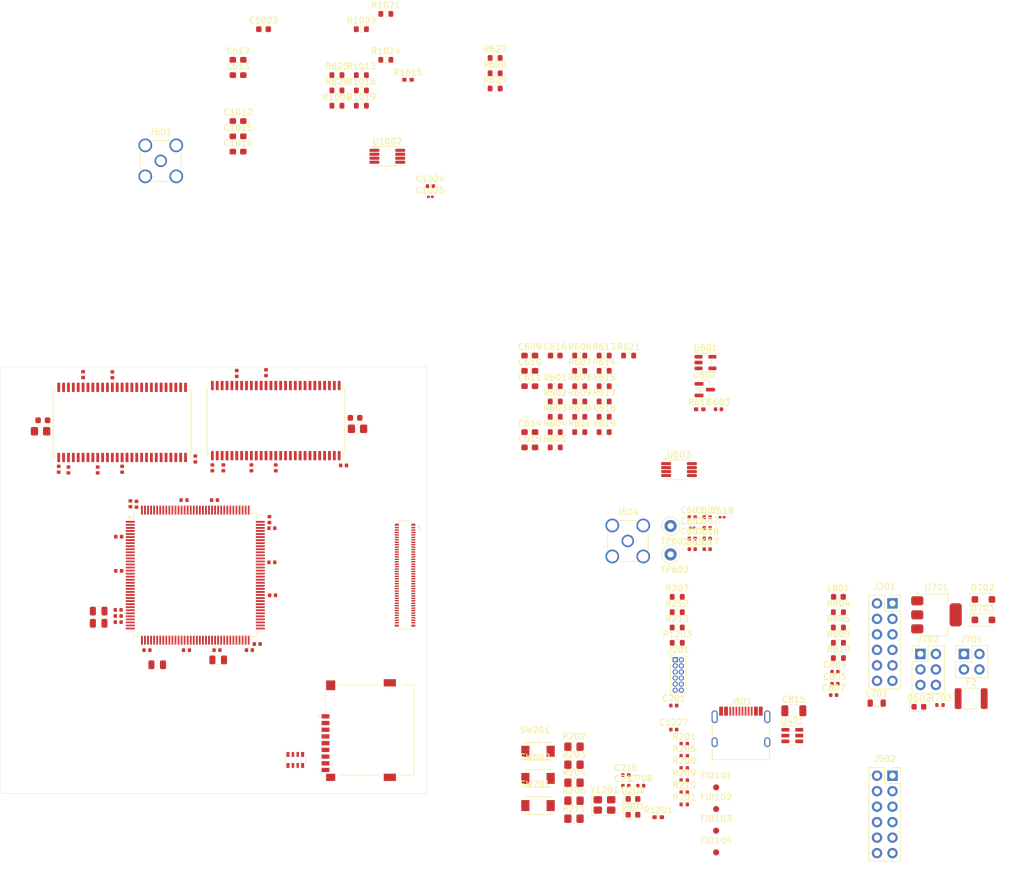
<source format=kicad_pcb>
(kicad_pcb (version 20241229) (generator "pcbnew") (generator_version "9.0")
  (layers (0 "F.Cu" signal) (2 "B.Cu" signal) (13 "F.Paste" user) (15 "B.Paste" user) (5 "F.SilkS" user "F.Silkscreen") (7 "B.SilkS" user "B.Silkscreen") (1 "F.Mask" user) (3 "B.Mask" user) (25 "Edge.Cuts" user))
  (net 0 "")
  (net 1 "GND")
  (net 2 "Net-(C201-Pad2)")
  (net 3 "+3V3")
  (net 4 "VDDA")
  (net 5 "/mcu/MCU_BOOT0")
  (net 6 "/mcu/BUTTON_1")
  (net 7 "Net-(C222-Pad1)")
  (net 8 "Net-(C224-Pad1)")
  (net 9 "/sdram/3V3_SDRAM0")
  (net 10 "/sdram/3V3_SDRAM1")
  (net 11 "/adc-frontend/ADC_VOCM_REF")
  (net 12 "/adc-frontend/ADC_VOCM_BUFF")
  (net 13 "Net-(U603--)")
  (net 14 "Net-(C609-Pad1)")
  (net 15 "Net-(C610-Pad2)")
  (net 16 "Net-(J604-In)")
  (net 17 "/adc-frontend/MCU_ADC3_DIRECT_INN0")
  (net 18 "/adc-frontend/MCU_ADC3_DIRECT_INP0")
  (net 19 "Net-(J601-In)")
  (net 20 "Net-(C612-Pad2)")
  (net 21 "Net-(C613-Pad2)")
  (net 22 "Net-(C614-Pad2)")
  (net 23 "Net-(U603-+)")
  (net 24 "Net-(C615-Pad2)")
  (net 25 "/mcu/MCU_NRST")
  (net 26 "/usb/USB_CC2")
  (net 27 "/usb/USB_CC1")
  (net 28 "/power/USB_VBUS")
  (net 29 "/usb/USB_SH")
  (net 30 "Net-(U1002--)")
  (net 31 "Net-(C1012-Pad1)")
  (net 32 "/adc-frontend/MCU_ADC12_FAST_INP5")
  (net 33 "/adc-frontend/MCU_ADC12_FAST_INN5")
  (net 34 "Net-(C1016-Pad2)")
  (net 35 "Net-(U1002-+)")
  (net 36 "/mcu/HSE_OUT")
  (net 37 "Net-(D201-K)")
  (net 38 "/mcu/LED_1")
  (net 39 "/mcu/LED_2")
  (net 40 "Net-(D401-K)")
  (net 41 "Net-(D602-K)")
  (net 42 "Net-(D702-K)")
  (net 43 "Net-(J702-Pin_2)")
  (net 44 "Net-(J201-Pin_10)")
  (net 45 "Net-(J201-Pin_12)")
  (net 46 "Net-(J201-Pin_9)")
  (net 47 "Net-(J201-Pin_1)")
  (net 48 "Net-(J201-Pin_2)")
  (net 49 "/power/VIN_CONN")
  (net 50 "/mcu/SDMMC.D3")
  (net 51 "/mcu/SDMMC.CMD")
  (net 52 "/mcu/SDMMC.D2")
  (net 53 "/mcu/SDMMC.D1")
  (net 54 "/mcu/SDMMC.D0")
  (net 55 "/mcu/SDMMC.CK")
  (net 56 "/connectors/PWM.0_HI")
  (net 57 "/connectors/HRS_3V3")
  (net 58 "Net-(J501-Pad12)")
  (net 59 "/connectors/PSSI.D11")
  (net 60 "/connectors/PSSI.DE")
  (net 63 "Net-(J501-Pad11)")
  (net 64 "/connectors/PSSI.PDCK")
  (net 65 "/connectors/PSSI.D1")
  (net 68 "/connectors/PSSI.D5")
  (net 69 "/connectors/PSSI.D14")
  (net 70 "/connectors/PSSI.D13")
  (net 71 "/connectors/PSSI.RDY")
  (net 72 "/connectors/PSSI.D9")
  (net 76 "/connectors/PSEPIC_EN")
  (net 77 "/connectors/PSSI.D7")
  (net 78 "/connectors/PSSI.D2")
  (net 79 "/connectors/PSSI.D15")
  (net 80 "/connectors/PSSI.D12")
  (net 81 "/connectors/PBOOST_EN")
  (net 82 "/connectors/PSSI.D6")
  (net 83 "/connectors/PSSI.D3")
  (net 84 "/connectors/PWM.1_HI")
  (net 85 "/connectors/I2C.SCL")
  (net 86 "/connectors/PWM.1_LI")
  (net 87 "/connectors/I2C.SDA")
  (net 88 "/connectors/PSSI.D8")
  (net 89 "/connectors/ADC_ALERT")
  (net 90 "/connectors/PWM.0_LI")
  (net 91 "/connectors/PSSI.D4")
  (net 94 "/connectors/PSSI.D10")
  (net 97 "/connectors/PSSI.D0")
  (net 99 "/power/LDO_OUT")
  (net 100 "/mcu/USB_DP")
  (net 101 "/mcu/USB_DM")
  (net 104 "VCORE_3V3")
  (net 105 "/mcu/SWD_SWCLK")
  (net 106 "Net-(U201-PDR_ON)")
  (net 107 "/mcu/SWD_SWDIO")
  (net 108 "/mcu/SWD_SWO")
  (net 109 "Net-(R208-Pad1)")
  (net 110 "Net-(R210-Pad1)")
  (net 111 "Net-(U201-VREF+)")
  (net 112 "/mcu/UART5_TX")
  (net 113 "/mcu/UART5_RX")
  (net 114 "Net-(U601--)")
  (net 115 "Net-(U602-REF)")
  (net 116 "Net-(R611-Pad1)")
  (net 117 "Net-(U603-~{PD})")
  (net 118 "Net-(R617-Pad1)")
  (net 119 "Net-(R1009-Pad1)")
  (net 120 "Net-(R1019-Pad1)")
  (net 121 "Net-(R701-Pad1)")
  (net 122 "/mcu/USB_SENSE")
  (net 123 "Net-(U1002-~{PD})")
  (net 124 "/mcu/HSE_IN")
  (net 125 "/mcu/SDRAM.~{CKE1}")
  (net 126 "/mcu/SDRAM.UDQM")
  (net 127 "/mcu/SDRAM.A7")
  (net 128 "/mcu/SDRAM.A3")
  (net 130 "/mcu/SDRAM.A4")
  (net 131 "/mcu/SDRAM.D12")
  (net 132 "/mcu/SDRAM.D15")
  (net 133 "/mcu/SDRAM.D7")
  (net 135 "/mcu/SDRAM.D14")
  (net 136 "/mcu/SDRAM.D4")
  (net 138 "/mcu/SDRAM.D11")
  (net 140 "/mcu/SDRAM.A12")
  (net 143 "/mcu/SDRAM.D10")
  (net 144 "/mcu/SDRAM.A9")
  (net 145 "/mcu/SDRAM.D13")
  (net 147 "/mcu/SDRAM.CLK")
  (net 148 "/mcu/SDRAM.D6")
  (net 152 "/mcu/SDRAM.BS1")
  (net 154 "/mcu/SDRAM.A5")
  (net 155 "/mcu/SDRAM.~{CS1}")
  (net 156 "/mcu/SDRAM.A0")
  (net 157 "/mcu/SDRAM.A10")
  (net 158 "/mcu/SDRAM.A6")
  (net 159 "/mcu/SDRAM.A2")
  (net 162 "/mcu/SDRAM.D1")
  (net 164 "/mcu/SDRAM.D9")
  (net 166 "/mcu/SDRAM.D8")
  (net 167 "/mcu/SDRAM.~{RAS}")
  (net 168 "/mcu/SDRAM.A8")
  (net 172 "/mcu/SDRAM.A1")
  (net 174 "/mcu/SDRAM.~{CKE0}")
  (net 175 "/mcu/SDRAM.LDQM")
  (net 176 "/mcu/SDRAM.D5")
  (net 177 "/mcu/SDRAM.~{CAS}")
  (net 178 "/mcu/SDRAM.~{WE}")
  (net 179 "/mcu/SDRAM.D3")
  (net 180 "/mcu/SDRAM.BS0")
  (net 182 "/mcu/SDRAM.D0")
  (net 184 "/mcu/SDRAM.A11")
  (net 185 "/mcu/SDRAM.~{CS0}")
  (net 186 "/mcu/SDRAM.D2")
  (footprint "Package_QFP:LQFP-144_20x20mm_P0.5mm" (layer "F.Cu") (at 82 84.2)
    (property "Reference" "U201" (hide yes))
    (property "Value" "STM32H723ZGTx" (hide yes))
  )
  (footprint "Connector_Coaxial:SMA_Amphenol_901-144_Vertical" (layer "F.Cu") (at 76.34 16.26)
    (property "Reference" "J601")
    (property "Value" "Conn_Coaxial_Small")
  )
  (footprint "Resistor_SMD:R_0603_1608Metric" (layer "F.Cu") (at 141.03 60.74)
    (property "Reference" "R604")
    (property "Value" "1k5")
  )
  (footprint "Resistor_SMD:R_0603_1608Metric" (layer "F.Cu") (at 161.03 87.76)
    (property "Reference" "R207")
    (property "Value" "10k")
  )
  (footprint "Capacitor_SMD:C_0402_1005Metric" (layer "F.Cu") (at 165.94 79.94)
    (property "Reference" "C617")
    (property "Value" "0.1uF")
  )
  (footprint "Capacitor_SMD:C_0402_1005Metric" (layer "F.Cu") (at 92.155 95.4925)
    (property "Reference" "C211" (hide yes))
    (property "Value" "0.1uF" (hide yes))
  )
  (footprint "Resistor_SMD:R_0603_1608Metric" (layer "F.Cu") (at 109.235 -5.33)
    (property "Reference" "R1009")
    (property "Value" "1k")
  )
  (footprint "Capacitor_SMD:C_0603_1608Metric_Pad1.08x0.95mm_HandSolder" (layer "F.Cu") (at 89.015 -0.31)
    (property "Reference" "C612")
    (property "Value" "100 nF +-5%")
  )
  (footprint "Capacitor_SMD:C_0402_1005Metric" (layer "F.Cu") (at 186.89 100.04)
    (property "Reference" "C804")
    (property "Value" "220pF")
  )
  (footprint "Resistor_SMD:R_0402_1005Metric" (layer "F.Cu") (at 162.18 117.82)
    (property "Reference" "R209")
    (property "Value" "1k")
  )
  (footprint "MountingHole:ToolingHole_1.152mm" (layer "F.Cu") (at 170.41 118.45)
    (property "Reference" "H101" (hide yes))
    (property "Value" "MountingHole")
  )
  (footprint "Capacitor_SMD:C_0805_2012Metric" (layer "F.Cu") (at 66.155 92.0925 180)
    (property "Reference" "C223" (hide yes))
    (property "Value" "1uF" (hide yes))
  )
  (footprint "Capacitor_SMD:C_0402_1005Metric" (layer "F.Cu") (at 94.675 87.4925)
    (property "Reference" "C208" (hide yes))
    (property "Value" "0.1uF" (hide yes))
  )
  (footprint "Capacitor_SMD:C_0402_1005Metric" (layer "F.Cu") (at 163.49 78.19)
    (property "Reference" "C604")
    (property "Value" "0.1uF")
  )
  (footprint "Capacitor_SMD:C_0402_1005Metric" (layer "F.Cu") (at 160.46 109.52)
    (property "Reference" "C1227")
    (property "Value" "4.7pF")
  )
  (footprint "Capacitor_SMD:C_0402_1005Metric" (layer "F.Cu") (at 94.555 82.0925)
    (property "Reference" "C209" (hide yes))
    (property "Value" "0.1uF" (hide yes))
  )
  (footprint "Capacitor_SMD:C_0603_1608Metric" (layer "F.Cu") (at 93.195 -5.33)
    (property "Reference" "C1023")
    (property "Value" "10uF")
  )
  (footprint "Resistor_SMD:R_0402_1005Metric" (layer "F.Cu") (at 162.18 113.84)
    (property "Reference" "R206")
    (property "Value" "1k")
  )
  (footprint "Capacitor_SMD:C_0402_1005Metric" (layer "F.Cu") (at 86.6 66.6 -90)
    (property "Reference" "C309" (hide yes))
    (property "Value" "0.1uF" (hide yes))
  )
  (footprint "Connector_PinHeader_1.00mm:PinHeader_2x06_P1.00mm_Vertical" (layer "F.Cu") (at 160.7 98.07)
    (property "Reference" "J201")
    (property "Value" "Conn_02x06_Counter_Clockwise")
  )
  (footprint "Capacitor_SMD:C_0603_1608Metric_Pad1.08x0.95mm_HandSolder" (layer "F.Cu") (at 136.85 60.74)
    (property "Reference" "C614")
    (property "Value" "100 nF +-5%")
  )
  (footprint "Resistor_SMD:R_0805_2012Metric_Pad1.20x1.40mm_HandSolder" (layer "F.Cu") (at 144.1 124.13)
    (property "Reference" "R211")
    (property "Value" "0")
  )
  (footprint "Capacitor_SMD:C_0805_2012Metric" (layer "F.Cu") (at 75.755 98.8925)
    (property "Reference" "C215" (hide yes))
    (property "Value" "1uF" (hide yes))
  )
  (footprint "Resistor_SMD:R_0603_1608Metric" (layer "F.Cu") (at 187.46 97.8)
    (property "Reference" "R810")
    (property "Value" "33k")
  )
  (footprint "Capacitor_SMD:C_0402_1005Metric" (layer "F.Cu") (at 70 66.83 -90)
    (property "Reference" "C304" (hide yes))
    (property "Value" "0.1uF" (hide yes))
  )
  (footprint "Capacitor_SMD:C_0402_1005Metric" (layer "F.Cu") (at 69.355 90.8925 180)
    (property "Reference" "C218" (hide yes))
    (property "Value" "0.1uF" (hide yes))
  )
  (footprint "Capacitor_SMD:C_0603_1608Metric_Pad1.08x0.95mm_HandSolder" (layer "F.Cu") (at 89.015 14.75)
    (property "Reference" "C1016")
    (property "Value" "10pF")
  )
  (footprint "MountingHole:ToolingHole_1.152mm" (layer "F.Cu") (at 170.41 123.35)
    (property "Reference" "H103" (hide yes))
    (property "Value" "MountingHole")
  )
  (footprint "iw-memory:TF01A" (layer "F.Cu") (at 110.6 109.6 90)
    (property "Reference" "J401" (hide yes))
    (property "Value" "Micro_SD_Card" (hide yes))
  )
  (footprint "Capacitor_SMD:C_0402_1005Metric" (layer "F.Cu") (at 163.49 74.69)
    (property "Reference" "C601")
    (property "Value" "0.1uF")
  )
  (footprint "Resistor_SMD:R_0402_1005Metric_Pad0.72x0.64mm_HandSolder" (layer "F.Cu") (at 164.72 57)
    (property "Reference" "R616")
    (property "Value" "0")
  )
  (footprint "Capacitor_SMD:C_0402_1005Metric" (layer "F.Cu") (at 82 65.15 90)
    (property "Reference" "C1101" (hide yes))
    (property "Value" "0.1uF" (hide yes))
  )
  (footprint "Crystal:Crystal_SMD_3225-4Pin_3.2x2.5mm" (layer "F.Cu") (at 149.1 121.88)
    (property "Reference" "Y1201")
    (property "Value" "25MHz")
  )
  (footprint "Resistor_SMD:R_0603_1608Metric" (layer "F.Cu") (at 149.05 50.7)
    (property "Reference" "R614")
    (property "Value" "47")
  )
  (footprint "Capacitor_SMD:C_1206_3216Metric" (layer "F.Cu") (at 180.15 106.43)
    (property "Reference" "C815")
    (property "Value" "1nF")
  )
  (footprint "Resistor_SMD:R_0603_1608Metric" (layer "F.Cu") (at 145.04 48.19)
    (property "Reference" "R606")
    (property "Value" "1k")
  )
  (footprint "Diode_SMD:D_SOD-123F" (layer "F.Cu") (at 211.235 91.53)
    (property "Reference" "D703")
    (property "Value" "SMF3.3CA")
  )
  (footprint "Capacitor_SMD:C_0402_1005Metric" (layer "F.Cu") (at 85.155 71.8925)
    (property "Reference" "C210" (hide yes))
    (property "Value" "0.1uF" (hide yes))
  )
  (footprint "Fiducial:Fiducial_1mm_Mask2mm" (layer "F.Cu") (at 167.41 119)
    (property "Reference" "FID101")
    (property "Value" "Fiducial")
  )
  (footprint "Capacitor_SMD:C_0402_1005Metric" (layer "F.Cu") (at 69.435 77.8925 180)
    (property "Reference" "C204" (hide yes))
    (property "Value" "0.1uF" (hide yes))
  )
  (footprint "Resistor_SMD:R_Array_Convex_4x0603" (layer "F.Cu") (at 98.4 114.5 -90)
    (property "Reference" "RN707" (hide yes))
    (property "Value" "4x10k" (hide yes))
  )
  (footprint "Capacitor_SMD:C_0402_1005Metric" (layer "F.Cu") (at 74.075 96.4925 180)
    (property "Reference" "C214" (hide yes))
    (property "Value" "0.1uF")
  )
  (footprint "Resistor_SMD:R_0603_1608Metric" (layer "F.Cu") (at 187.46 92.78)
    (property "Reference" "R805")
    (property "Value" "5.1k")
  )
  (footprint "Resistor_SMD:R_0805_2012Metric_Pad1.20x1.40mm_HandSolder" (layer "F.Cu") (at 144.1 121.18)
    (property "Reference" "R205")
    (property "Value" "0")
  )
  (footprint "Capacitor_SMD:C_0201_0603Metric" (layer "F.Cu") (at 168.39 74.69)
    (property "Reference" "C618")
    (property "Value" "10nF")
  )
  (footprint "Capacitor_SMD:C_0603_1608Metric" (layer "F.Cu") (at 57 58.8 180)
    (property "Reference" "C1107" (hide yes))
    (property "Value" "22uF" (hide yes))
  )
  (footprint "Resistor_SMD:R_0805_2012Metric_Pad1.20x1.40mm_HandSolder" (layer "F.Cu") (at 144.1 112.33)
    (property "Reference" "R202")
    (property "Value" "0")
  )
  (footprint "Resistor_SMD:R_0603_1608Metric" (layer "F.Cu") (at 113.245 -0.31)
    (property "Reference" "R1024")
    (property "Value" "1k")
  )
  (footprint "Package_SO:TSOP-II-54_22.2x10.16mm_P0.8mm" (layer "F.Cu") (at 70 59.15 90)
    (property "Reference" "U301" (hide yes))
    (property "Value" "W9825G6KH-6" (hide yes))
  )
  (footprint "Resistor_SMD:R_0805_2012Metric_Pad1.20x1.40mm_HandSolder" (layer "F.Cu") (at 56.625 60.6 180)
    (property "Reference" "R301" (hide yes))
    (property "Value" "0" (hide yes))
  )
  (footprint "Resistor_SMD:R_0603_1608Metric" (layer "F.Cu") (at 149.05 58.23)
    (property "Reference" "R618")
    (property "Value" "47")
  )
  (footprint "Resistor_SMD:R_0603_1608Metric" (layer "F.Cu") (at 131.175 1.89)
    (property "Reference" "R628")
    (property "Value" "10k")
  )
  (footprint "Capacitor_SMD:C_0603_1608Metric_Pad1.08x0.95mm_HandSolder" (layer "F.Cu") (at 89.015 9.73)
    (property "Reference" "C1012")
    (property "Value" "10pF")
  )
  (footprint "iw-misc:SW_TS-1088-AR02016" (layer "F.Cu") (at 138.2 121.98)
    (property "Reference" "SW701")
    (property "Value" "SW_Push")
  )
  (footprint "Resistor_SMD:R_0603_1608Metric" (layer "F.Cu") (at 105.225 7.22)
    (property "Reference" "R1006")
    (property "Value" "10k")
  )
  (footprint "Resistor_SMD:R_0603_1608Metric" (layer "F.Cu") (at 131.175 4.4)
    (property "Reference" "R629")
    (property "Value" "10k")
  )
  (footprint "Capacitor_SMD:C_0402_1005Metric" (layer "F.Cu") (at 152.6 118.73)
    (property "Reference" "C217")
    (property "Value" "0.1uF")
  )
  (footprint "Capacitor_SMD:C_0402_1005Metric" (layer "F.Cu") (at 69.355 89.8925 180)
    (property "Reference" "C207" (hide yes))
    (property "Value" "0.1uF" (hide yes))
  )
  (footprint "Resistor_SMD:R_0402_1005Metric" (layer "F.Cu") (at 162.18 119.81)
    (property "Reference" "R210")
    (property "Value" "470")
  )
  (footprint "Capacitor_SMD:C_0402_1005Metric" (layer "F.Cu") (at 88.8 51.12 90)
    (property "Reference" "C307" (hide yes))
    (property "Value" "0.1uF" (hide yes))
  )
  (footprint "Resistor_SMD:R_0603_1608Metric" (layer "F.Cu") (at 141.03 55.72)
    (property "Reference" "R602")
    (property "Value" "75")
  )
  (footprint "LED_SMD:LED_0603_1608Metric" (layer "F.Cu") (at 153.77 120.9)
    (property "Reference" "D201")
    (property "Value" "RED")
  )
  (footprint "Capacitor_SMD:C_0402_1005Metric" (layer "F.Cu") (at 71.355 72.4925 90)
    (property "Reference" "C813" (hide yes))
    (property "Value" "4.7uF" (hide yes))
  )
  (footprint "Resistor_SMD:R_0603_1608Metric" (layer "F.Cu") (at 131.175 -0.62)
    (property "Reference" "R627")
    (property "Value" "10k")
  )
  (footprint "Resistor_SMD:R_0603_1608Metric" (layer "F.Cu") (at 145.04 53.21)
    (property "Reference" "R608")
    (property "Value" "10k")
  )
  (footprint "Fiducial:Fiducial_1mm_Mask2mm" (layer "F.Cu") (at 167.41 122.55)
    (property "Reference" "FID102")
    (property "Value" "Fiducial")
  )
  (footprint "Resistor_SMD:R_0603_1608Metric" (layer "F.Cu") (at 149.05 53.21)
    (property "Reference" "R615")
    (property "Value" "47")
  )
  (footprint "LED_SMD:LED_0603_1608Metric" (layer "F.Cu") (at 200.66 105.79)
    (property "Reference" "D602")
    (property "Value" "LED_RED")
  )
  (footprint "Capacitor_SMD:C_0402_1005Metric" (layer "F.Cu") (at 61.2 66.95 -90)
    (property "Reference" "C1103" (hide yes))
    (property "Value" "0.1uF" (hide yes))
  )
  (footprint "Capacitor_SMD:C_0402_1005Metric" (layer "F.Cu") (at 165.94 78.19)
    (property "Reference" "C608")
    (property "Value" "0.1uF")
  )
  (footprint "Capacitor_SMD:C_0603_1608Metric_Pad1.08x0.95mm_HandSolder" (layer "F.Cu") (at 136.85 50.7)
    (property "Reference" "C610")
    (property "Value" "100 nF +-5%")
  )
  (footprint "Resistor_SMD:R_0402_1005Metric_Pad0.72x0.64mm_HandSolder" (layer "F.Cu") (at 157.91 123.89)
    (property "Reference" "R1201")
    (property "Value" "0")
  )
  (footprint "iw-misc:SW_TS-1088-AR02016" (layer "F.Cu") (at 138.2 117.53)
    (property "Reference" "SW602")
    (property "Value" "SW_Push")
  )
  (footprint "Capacitor_SMD:C_0402_1005Metric" (layer "F.Cu") (at 91.2 66.6 -90)
    (property "Reference" "C310" (hide yes))
    (property "Value" "0.1uF" (hide yes))
  )
  (footprint "Capacitor_SMD:C_0402_1005Metric" (layer "F.Cu") (at 84.8 66.6 -90)
    (property "Reference" "C305" (hide yes))
    (property "Value" "0.1uF" (hide yes))
  )
  (footprint "Resistor_SMD:R_0603_1608Metric" (layer "F.Cu") (at 141.03 53.21)
    (property "Reference" "R601")
    (property "Value" "1k")
  )
  (footprint "Resistor_SMD:R_0805_2012Metric_Pad1.20x1.40mm_HandSolder" (layer "F.Cu") (at 144.1 118.23)
    (property "Reference" "R204")
    (property "Value" "0")
  )
  (footprint "Resistor_SMD:R_0603_1608Metric" (layer "F.Cu") (at 161.03 95.29)
    (property "Reference" "R1203")
    (property "Value" "10k")
  )
  (footprint "Capacitor_SMD:C_0805_2012Metric" (layer "F.Cu") (at 66.155 90.0925 180)
    (property "Reference" "C219" (hide yes))
    (property "Value" "1uF" (hide yes))
  )
  (footprint "iw-connector:HRS_DF40C-80DP-0.4V(51)" (layer "F.Cu") (at 116.4 84.2 -90)
    (property "Reference" "J501" (hide yes))
    (property "Value" "Plug_Hirose_DF40_2x40_DF40C-80DP-0.4V" (hide yes))
  )
  (footprint "Resistor_SMD:R_0603_1608Metric" (layer "F.Cu") (at 145.04 55.72)
    (property "Reference" "R609")
    (property "Value" "10k")
  )
  (footprint "Capacitor_SMD:C_0402_1005Metric" (layer "F.Cu") (at 152.6 116.98)
    (property "Reference" "C216")
    (property "Value" "0.1uF")
  )
  (footprint "Package_TO_SOT_SMD:SOT-23-6" (layer "F.Cu") (at 179.9 110.505)
    (property "Reference" "U401")
    (property "Value" "SRV05-4")
  )
  (footprint "Resistor_SMD:R_0603_1608Metric" (layer "F.Cu") (at 145.04 58.23)
    (property "Reference" "R610")
    (property "Value" "10k")
  )
  (footprint "Resistor_SMD:R_0603_1608Metric" (layer "F.Cu") (at 187.46 95.29)
    (property "Reference" "R809")
    (property "Value" "33k")
  )
  (footprint "Resistor_SMD:R_0603_1608Metric" (layer "F.Cu") (at 161.03 90.27)
    (property "Reference" "R212")
    (property "Value" "47")
  )
  (footprint "Capacitor_SMD:C_0402_1005Metric" (layer "F.Cu") (at 59.6 66.83 -90)
    (property "Reference" "C303" (hide yes))
    (property "Value" "0.1uF" (hide yes))
  )
  (footprint "Capacitor_SMD:C_0402_1005Metric" (layer "F.Cu") (at 155.05 118.73)
    (property "Reference" "C708")
    (property "Value" "0.1uF")
  )
  (footprint "Resistor_SMD:R_0603_1608Metric" (layer "F.Cu") (at 109.235 7.22)
    (property "Reference" "R1019")
    (property "Value" "47")
  )
  (footprint "Capacitor_SMD:C_0201_0603Metric" (layer "F.Cu") (at 120.555 22.16)
    (property "Reference" "C1025")
    (property "Value" "10nF")
  )
  (footprint "Capacitor_SMD:C_0603_1608Metric" (layer "F.Cu") (at 108.2 58.4)
    (property "Reference" "C312" (hide yes))
    (property "Value" "22uF" (hide yes))
  )
  (footprint "Capacitor_SMD:C_0603_1608Metric_Pad1.08x0.95mm_HandSolder" (layer "F.Cu") (at 89.015 2.2)
    (property "Reference" "C613")
    (property "Value" "100 nF +-5%")
  )
  (footprint "Connector_PinSocket_2.54mm:PinSocket_2x06_P2.54mm_Vertical" (layer "F.Cu") (at 196.33 117.08)
    (property "Reference" "J502")
    (property "Value" "Conn_02x06_Odd_Even")
  )
  (footprint "Capacitor_SMD:C_0402_1005Metric" (layer "F.Cu") (at 68.4 51.35 90)
    (property "Reference" "C302" (hide yes))
    (property "Value" "0.1uF" (hide yes))
  )
  (footprint "Package_SO:TSOP-II-54_22.2x10.16mm_P0.8mm" (layer "F.Cu") (at 95.2 58.85 90)
    (property "Reference" "U302" (hide yes))
    (property "Value" "W9825G6KH-6" (hide yes))
  )
  (footprint "Resistor_SMD:R_0603_1608Metric" (layer "F.Cu") (at 149.05 55.72)
    (property "Reference" "R617")
    (property "Value" "47")
  )
  (footprint "Capacitor_SMD:C_0402_1005Metric" (layer "F.Cu") (at 66 66.95 -90)
    (property "Reference" "C301" (hide yes))
    (property "Value" "0.1uF" (hide yes))
  )
  (footprint "Connector_PinHeader_2.54mm:PinHeader_2x02_P2.54mm_Vertical" (layer "F.Cu") (at 208.05 97.12)
    (property "Reference" "J701")
    (property "Value" "Conn_02x02_Odd_Even")
  )
  (footprint "Inductor_SMD:L_0805_2012Metric" (layer "F.Cu") (at 193.74 105.18)
    (property "Reference" "L701")
    (property "Value" "GZ2012D101TF")
  )
  (footprint "Capacitor_SMD:C_0402_1005Metric" (layer "F.Cu") (at 94.555 76.4925)
    (property "Reference" "C224" (hide yes))
    (property "Value" "0.1uF")
  )
  (footprint "Capacitor_SMD:C_0603_1608Metric_Pad1.08x0.95mm_HandSolder" (layer "F.Cu") (at 136.85 63.25)
    (property "Reference" "C615")
    (property "Value" "10pF")
  )
  (footprint "Resistor_SMD:R_0805_2012Metric_Pad1.20x1.40mm_HandSolder" (layer "F.Cu") (at 108.6 60.2)
    (property "Reference" "R302" (hide yes))
    (property "Value" "0" (hide yes))
  )
  (footprint "Capacitor_SMD:C_0603_1608Metric_Pad1.08x0.95mm_HandSolder" (layer "F.Cu") (at 89.015 12.24)
    (property "Reference" "C1015")
    (property "Value" "330pF")
  )
  (footprint "Fiducial:Fiducial_1mm_Mask2mm" (layer "F.Cu") (at 167.41 129.65)
    (property "Reference" "FID104")
    (property "Value" "Fiducial")
  )
  (footprint "Capacitor_SMD:C_0402_1005Metric" (layer "F.Cu") (at 63.6 51.32 90)
    (property "Reference" "C313" (hide yes))
    (property "Value" "0.1uF" (hide yes))
  )
  (footprint "Resistor_SMD:R_0603_1608Metric" (layer "F.Cu") (at 161.03 92.78)
    (property "Reference" "R213")
    (property "Value" "47")
  )
  (footprint "TestPoint:TestPoint_Loop_D1.80mm_Drill1.0mm_Beaded" (layer "F.Cu") (at 159.94 80.79)
    (property "Reference" "TP602")
    (property "Value" "TestPoint")
  )
  (footprint "Resistor_SMD:R_0603_1608Metric" (layer "F.Cu") (at 141.03 63.25)
    (property "Reference" "R605")
    (property "Value" "1k")
  )
  (footprint "Resistor_SMD:R_0603_1608Metric" (layer "F.Cu") (at 105.225 4.71)
    (property "Reference" "R626")
    (property "Value" "47")
  )
  (footprint "Resistor_SMD:R_0603_1608Metric" (layer "F.Cu") (at 145.04 60.74)
    (property "Reference" "R611")
    (property "Value" "1k")
  )
  (footprint "Capacitor_SMD:C_0402_1005Metric" (layer "F.Cu") (at 85.555 96.4925 180)
    (property "Reference" "C220" (hide yes))
    (property "Value" "0.1uF" (hide yes))
  )
  (footprint "Connector_USB:USB_C_Receptacle_HRO_TYPE-C-31-M-12" (layer "F.Cu") (at 171.48 110.55)
    (property "Reference" "J801")
    (property "Value" "TYPE-C-31-M-12")
  )
  (footprint "Capacitor_SMD:C_0402_1005Metric" (layer "F.Cu") (at 95.2 66.6 -90)
    (property "Reference" "C306" (hide yes))
    (property "Value" "0.1uF" (hide yes))
  )
  (footprint "Connector_PinSocket_2.54mm:PinSocket_2x06_P2.54mm_Vertical" (layer "F.Cu") (at 196.33 88.83)
    (property "Reference" "J301")
    (property "Value" "Conn_02x06_Odd_Even")
  )
  (footprint "Capacitor_SMD:C_0805_2012Metric" (layer "F.Cu") (at 85.755 98.0925 180)
    (property "Reference" "C221" (hide yes))
    (property "Value" "1uF" (hide yes))
  )
  (footprint "Package_TO_SOT_SMD:SOT-23-5" (layer "F.Cu") (at 165.66 49.335)
    (property "Reference" "U601")
    (property "Value" "LMV321")
  )
  (footprint "Connector_Coaxial:SMA_Amphenol_901-144_Vertical" (layer "F.Cu") (at 152.92 78.59)
    (property "Reference" "J604")
    (property "Value" "Conn_Coaxial_Small")
  )
  (footprint "Inductor_SMD:L_0603_1608Metric" (layer "F.Cu") (at 187.46 87.76)
    (property "Reference" "L801")
    (property "Value" "120@100MHz")
  )
  (footprint "Capacitor_SMD:C_0402_1005Metric" (layer "F.Cu") (at 106.32 66.2)
    (property "Reference" "C311" (hide yes))
    (property "Value" "0.1uF" (hide yes))
  )
  (footprint "Capacitor_SMD:C_0603_1608Metric_Pad1.08x0.95mm_HandSolder" (layer "F.Cu") (at 136.85 48.19)
    (property "Reference" "C609")
    (property "Value" "10pF")
  )
  (footprint "Capacitor_SMD:C_0402_1005Metric" (layer "F.Cu") (at 80.155 71.8925)
    (property "Reference" "C205" (hide yes))
    (property "Value" "0.1uF" (hide yes))
  )
  (footprint "Package_SO:VSSOP-8_3x3mm_P0.65mm" (layer "F.Cu") (at 113.485 15.51)
    (property "Reference" "U1002")
    (property "Value" "THS4521IDGK")
  )
  (footprint "Capacitor_SMD:C_0603_1608Metric_Pad1.08x0.95mm_HandSolder" (layer "F.Cu") (at 136.85 53.21)
    (property "Reference" "C611")
    (property "Value" "330pF")
  )
  (footprint "Package_TO_SOT_SMD:SOT-223-3_TabPin2" (layer "F.Cu") (at 203.54 90.705)
    (property "Reference" "U701")
    (property "Value" "AMS1117-3.3")
  )
  (footprint "Resistor_SMD:R_0402_1005Metric" (layer "F.Cu") (at 204.12 105.49)
    (property "Reference" "R703")
    (property "Value" "1k5")
  )
  (footprint "Package_SO:VSSOP-8_3x3mm_P0.65mm" (layer "F.Cu") (at 161.32 66.885)
    (property "Reference" "U603")
    (property "Value" "THS4521IDGK")
  )
  (footprint "Fiducial:Fiducial_1mm_Mask2mm" (layer "F.Cu") (at 167.41 126.1)
    (property "Reference" "FID103")
    (property "Value" "Fiducial")
  )
  (footprint "Resistor_SMD:R_0402_1005Metric" (layer "F.Cu") (at 162.18 111.85)
    (property "Reference" "R201")
    (property "Value" "4.7k")
  )
  (footprint "Fuse:Fuse_1812_4532Metric" (layer "F.Cu") (at 209.23 104.44)
    (property "Reference" "F2")
    (property "Value" "BSMD1812-050-15V")
  )
  (footprint "Package_TO_SOT_SMD:SOT-23" (layer "F.Cu") (at 165.54 53.78)
    (property "Reference" "U602")
    (property "Value" "TL432DBZ")
  )
  (footprint "Resistor_SMD:R_0603_1608Metric" (layer "F.Cu") (at 149.05 60.74)
    (property "Reference" "R619")
    (property "Value" "1k")
  )
  (footprint "Capacitor_SMD:C_0402_1005Metric" (layer "F.Cu") (at 90.875 96.4925)
    (property "Reference" "C222" (hide yes))
    (property "Value" "0.1uF" (hide yes))
  )
  (footprint "Diode_SMD:D_SOD-123F" (layer "F.Cu") (at 211.235 88.18)
    (property "Reference" "D702")
    (property "Value" "SMF7.0CA")
  )
  (footprint "Capacitor_SMD:C_0402_1005Metric" (layer "F.Cu") (at 186.68 103.87)
    (property "Reference" "C807")
    (property "Value" "0.1uF")
  )
  (footprint "Resistor_SMD:R_0603_1608Metric" (layer "F.Cu") (at 145.04 50.7)
    (property "Reference" "R607")
    (property "Value" "4.7k")
  )
  (footprint "Capacitor_SMD:C_0402_1005Metric" (layer "F.Cu") (at 163.49 79.94)
    (property "Reference" "C605")
    (property "Value" "0.1uF")
  )
  (footprint "Capacitor_SMD:C_0402_1005Metric" (layer "F.Cu") (at 72.355 72.5725 90)
    (property "Reference" "C212" (hide yes))
    (property "Value" "0.1uF" (hide yes))
  )
  (footprint "Capacitor_SMD:C_0402_1005Metric" (layer "F.Cu") (at 165.94 74.69)
    (property "Reference" "C606")
    (property "Value" "0.1uF")
  )
  (footprint "MountingHole:ToolingHole_1.152mm" (layer "F.Cu") (at 170.41 120.9)
    (property "Reference" "H102" (hide yes))
    (property "Value" "MountingHole")
  )
  (footprint "Connector_PinHeader_2.54mm:PinHeader_2x03_P2.54mm_Vertical" (layer "F.Cu") (at 200.91 97.12)
    (property "Reference" "J702")
    (property "Value" "Conn_02x03_Odd_Even")
  )
  (footprint "Resistor_SMD:R_0603_1608Metric" (layer "F.Cu") (at 153.06 48.19)
    (property "Reference" "R621")
    (property "Value" "1k")
  )
  (footprint "TestPoint:TestPoint_Loop_D1.80mm_Drill1.0mm_Beaded" (layer "F.Cu") (at 159.94 76.14)
    (property "Reference" "TP601")
    (property "Value" "TestPoint")
  )
  (footprint "Capacitor_SMD:C_0402_1005Metric" (layer "F.Cu") (at 80.555 96.4925 180)
    (property "Reference" "C203" (hide yes))
    (property "Value" "0.1uF" (hide yes))
  )
  (footprint "Capacitor_SMD:C_0402_1005Metric" (layer "F.Cu") (at 167.79 56.99)
    (property "Reference" "C603")
    (property "Value" "220nF")
  )
  (footprint "Resistor_SMD:R_0603_1608Metric" (layer "F.Cu") (at 105.225 2.2)
    (property "Reference" "R625")
    (property "Value" "47")
  )
  (footprint "Resistor_SMD:R_0603_1608Metric" (layer "F.Cu") (at 109.235 4.71)
    (property "Reference" "R1016")
    (property "Value" "47")
  )
  (footprint "Resistor_SMD:R_0603_1608Metric" (layer "F.Cu") (at 149.05 48.19)
    (property "Reference" "R613")
    (property "Value" "1k")
  )
  (footprint "Resistor_SMD:R_0402_1005Metric_Pad0.72x0.64mm_HandSolder" (layer "F.Cu") (at 116.885 2.96)
    (property "Reference" "R1015")
    (property "Value" "0")
  )
  (footprint "Capacitor_SMD:C_0402_1005Metric" (layer "F.Cu") (at 120.555 20.41)
    (property "Reference" "C1024")
    (property "Value" "0.1uF")
  )
  (footprint "LED_SMD:LED_0603_1608Metric" (layer "F.Cu") (at 153.77 123.49)
    (property "Reference" "D401")
    (property "Value" "RED")
  )
  (footprint "Resistor_SMD:R_0402_1005Metric" (layer "F.Cu") (at 162.18 115.83)
    (property "Reference" "R208")
    (property "Value" "470")
  )
  (footprint "Capacitor_SMD:C_0201_0603Metric" (layer "F.Cu") (at 163.49 76.44)
    (property "Reference" "C602")
    (property "Value" "10nF")
  )
  (footprint "Capacitor_SMD:C_0603_1608Metric" (layer "F.Cu") (at 141.03 48.19)
    (property "Reference" "C616")
    (property "Value" "10uF")
  )
  (footprint "Resistor_SMD:R_0402_1005Metric" (layer "F.Cu") (at 162.18 121.8)
    (property "Reference" "R701")
    (property "Value" "470")
  )
  (footprint "Capacitor_SMD:C_0402_1005Metric" (layer "F.Cu") (at 160.46 105.58)
    (property "Reference" "C201")
    (property "Value" "4.7pF")
  )
  (footprint "Resistor_SMD:R_0603_1608Metric" (layer "F.Cu") (at 109.235 2.2)
    (property "Reference" "R1013")
    (property "Value" "1k")
  )
  (footprint "Capacitor_SMD:C_0402_1005Metric" (layer "F.Cu") (at 165.94 76.44)
    (property "Reference" "C607")
    (property "Value" "0.1uF")
  )
  (footprint "iw-misc:SW_TS-1088-AR02016" (layer "F.Cu") (at 138.2 113.08)
    (property "Reference" "SW201")
    (property "Value" "SW_Push")
  )
  (footprint "Resistor_SMD:R_0805_2012Metric_Pad1.20x1.40mm_HandSolder" (layer "F.Cu") (at 144.1 115.28)
    (property "Reference" "R203")
    (property "Value" "0")
  )
  (footprint "Capacitor_SMD:C_0402_1005Metric" (layer "F.Cu") (at 93.6 51 90)
    (property "Reference" "C308" (hide yes))
    (property "Value" "0.1uF" (hide yes))
  )
  (footprint "Capacitor_SMD:C_0402_1005Metric" (layer "F.Cu") (at 186.89 102.01)
    (property "Reference" "C805")
    (property "Value" "220pF")
  )
  (footprint "Resistor_SMD:R_0603_1608Metric" (layer "F.Cu") (at 141.03 58.23)
    (property "Reference" "R603")
    (property "Value" "1k")
  )
  (footprint "Capacitor_SMD:C_0402_1005Metric" (layer "F.Cu") (at 94.155 75.0925 -90)
    (property "Reference" "C202" (hide yes))
    (property "Value" "0.1uF" (hide yes))
  )
  (footprint "Capacitor_SMD:C_0402_1005Metric" (layer "F.Cu") (at 69.355 91.8925 180)
    (property "Reference" "C213" (hide yes))
    (property "Value" "0.1uF" (hide yes))
  )
  (footprint "Resistor_SMD:R_0603_1608Metric" (layer "F.Cu") (at 187.46 90.27)
    (property "Reference" "R804")
    (property "Value" "5.1k")
  )
  (footprint "Resistor_SMD:R_0603_1608Metric" (layer "F.Cu") (at 113.245 -7.84)
    (property "Reference" "R1021")
    (property "Value" "1k")
  )
  (footprint "Capacitor_SMD:C_0402_1005Metric" (layer "F.Cu") (at 69.435 83.4925 180)
    (property "Reference" "C206" (hide yes))
    (property "Value" "0.1uF" (hide yes))
  )
  (gr_rect (start 50 50) (end 120 120) (stroke (width 0.05)) (fill no) (layer "Edge.Cuts"))
)
</source>
